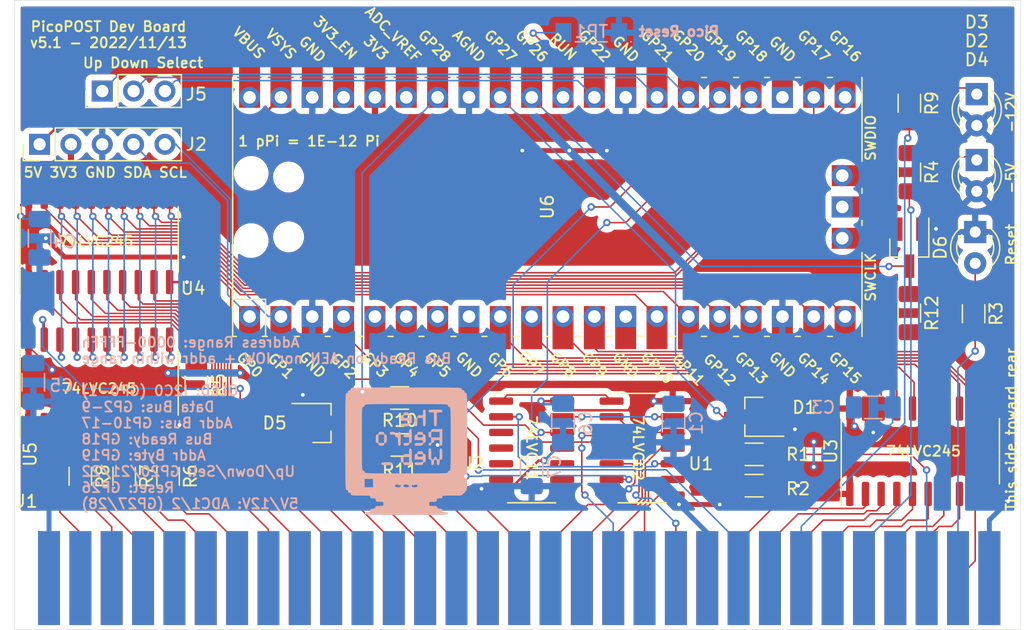
<source format=kicad_pcb>
(kicad_pcb (version 20211014) (generator pcbnew)
  (layers (0 "F.Cu" signal) (31 "B.Cu" signal) (34 "B.Paste" user) (35 "F.Paste" user) (36 "B.SilkS" user "B.Silkscreen") (37 "F.SilkS" user "F.Silkscreen") (38 "B.Mask" user) (39 "F.Mask" user) (44 "Edge.Cuts" user))
  (net 0 "")
  (net 1 "GND")
  (net 2 "+3V3")
  (net 3 "/+12Vmon")
  (net 4 "Net-(D2-Pad1)")
  (net 5 "Net-(D3-Pad1)")
  (net 6 "Net-(D4-Pad2)")
  (net 7 "/+5Vmon")
  (net 8 "/ISAreset")
  (net 9 "Net-(J1-Pad2)")
  (net 10 "Net-(J1-Pad3)")
  (net 12 "Net-(J1-Pad5)")
  (net 14 "Net-(J1-Pad7)")
  (net 16 "Net-(J1-Pad9)")
  (net 19 "/IOW")
  (net 38 "/BD7")
  (net 39 "/BD6")
  (net 40 "/BD5")
  (net 41 "/BD4")
  (net 42 "/BD3")
  (net 43 "/BD2")
  (net 44 "/BD1")
  (net 45 "/BD0")
  (net 47 "Net-(J1-Pad42)")
  (net 48 "Net-(J1-Pad43)")
  (net 49 "Net-(J1-Pad44)")
  (net 50 "Net-(J1-Pad45)")
  (net 51 "Net-(J1-Pad46)")
  (net 52 "/BA15")
  (net 53 "/BA14")
  (net 54 "/BA13")
  (net 55 "/BA12")
  (net 56 "/BA11")
  (net 57 "/BA10")
  (net 58 "/BA9")
  (net 59 "Net-(J1-Pad54)")
  (net 60 "/BA7")
  (net 61 "Net-(J1-Pad56)")
  (net 62 "/BA5")
  (net 63 "Net-(J1-Pad58)")
  (net 64 "/BA3")
  (net 65 "Net-(J1-Pad60)")
  (net 66 "/BA1")
  (net 67 "/BA0")
  (net 68 "+5V")
  (net 69 "/OLED_SDA")
  (net 70 "/OLED_SCL")
  (net 71 "Net-(J5-Pad1)")
  (net 72 "Net-(J5-Pad2)")
  (net 73 "Net-(J5-Pad3)")
  (net 74 "/BA8")
  (net 75 "/BA6")
  (net 76 "/BA4")
  (net 77 "/BA2")
  (net 78 "Net-(U1-Pad1)")
  (net 79 "Net-(U1-Pad10)")
  (net 80 "Net-(U1-Pad13)")
  (net 81 "/bus_ready")
  (net 82 "/CE_Byte")
  (net 83 "/PD7")
  (net 84 "/PD6")
  (net 85 "/PD5")
  (net 86 "/PD4")
  (net 87 "/PD3")
  (net 88 "/PD2")
  (net 89 "/PD1")
  (net 90 "/PD0")
  (net 91 "/PA7")
  (net 92 "/PA6")
  (net 93 "/PA5")
  (net 94 "/PA4")
  (net 95 "/PA3")
  (net 96 "/PA2")
  (net 97 "/PA1")
  (net 98 "/PA0")
  (net 108 "/Pico_Reset")
  (net 109 "Net-(U1-Pad4)")
  (footprint "Connector_PinHeader_2.54mm:PinHeader_1x03_P2.54mm_Vertical" (layer "F.Cu") (at 113.03 108.966 90)
    (fp_text reference "J5")
    (fp_text value "Button Header")
  )
  (footprint "Package_SO:SO-20_5.3x12.6mm_P1.27mm" (layer "F.Cu") (at 112.776 120.9975 90)
    (fp_text reference "U4")
    (fp_text value "74LVC245")
  )
  (footprint "Resistor_SMD:R_1206_3216Metric_Pad1.30x1.75mm_HandSolder" (layer "F.Cu") (at 165.862 140.97)
    (fp_text reference "R2")
    (fp_text value "47k")
  )
  (footprint "Resistor_SMD:R_1206_3216Metric_Pad1.30x1.75mm_HandSolder" (layer "F.Cu") (at 183.642 127.026 -90)
    (fp_text reference "R3")
    (fp_text value "330")
  )
  (footprint "Package_TO_SOT_SMD:SOT-23_Handsoldering" (layer "F.Cu") (at 165.862 135.382 180)
    (fp_text reference "D1")
    (fp_text value "BAT54S")
  )
  (footprint "Package_SO:SO-20_5.3x12.6mm_P1.27mm" (layer "F.Cu") (at 179.324 138.176 90)
    (fp_text reference "U3")
    (fp_text value "74LVC245")
  )
  (footprint "Resistor_SMD:R_1206_3216Metric_Pad1.30x1.75mm_HandSolder" (layer "F.Cu") (at 137.16 137.668)
    (fp_text reference "R11")
    (fp_text value "12k")
  )
  (footprint "MCU_RaspberryPi_and_Boards:RPi_Pico_SMD_TH" (layer "F.Cu") (at 149.098 118.364 90)
    (fp_text reference "U6")
    (fp_text value "Pico")
  )
  (footprint "IDEcardedge:BUS_IDE8" (layer "F.Cu") (at 184.917 148.463)
    (fp_text reference "J1")
    (fp_text value "PCB_Finger_ISA_8bit")
  )
  (footprint "Resistor_SMD:R_1206_3216Metric_Pad1.30x1.75mm_HandSolder" (layer "F.Cu") (at 120.65 132.816 -90)
    (fp_text reference "R5")
    (fp_text value "1000")
  )
  (footprint "Resistor_SMD:R_1206_3216Metric_Pad1.30x1.75mm_HandSolder" (layer "F.Cu") (at 137.134 133.858 180)
    (fp_text reference "R10")
    (fp_text value "47k")
  )
  (footprint "Resistor_SMD:R_1206_3216Metric_Pad1.30x1.75mm_HandSolder" (layer "F.Cu") (at 178.435 126.974 -90)
    (fp_text reference "R12")
    (fp_text value "1000")
  )
  (footprint "LED_THT:LED_D3.0mm" (layer "F.Cu") (at 183.896 114.554 -90)
    (fp_text reference "D2")
    (fp_text value "green")
  )
  (footprint "Resistor_SMD:R_1206_3216Metric_Pad1.30x1.75mm_HandSolder" (layer "F.Cu") (at 178.435 109.956 -90)
    (fp_text reference "R9")
    (fp_text value "1000")
  )
  (footprint "Package_SO:SO-14_3.9x8.65mm_P1.27mm" (layer "F.Cu") (at 156.783 137.922)
    (fp_text reference "U1")
    (fp_text value "74LVC02")
  )
  (footprint "Resistor_SMD:R_1206_3216Metric_Pad1.30x1.75mm_HandSolder" (layer "F.Cu") (at 111.252 140.208 -90)
    (fp_text reference "R8")
    (fp_text value "1000")
  )
  (footprint "Resistor_SMD:R_1206_3216Metric_Pad1.30x1.75mm_HandSolder" (layer "F.Cu") (at 114.808 140.208 -90)
    (fp_text reference "R7")
    (fp_text value "1000")
  )
  (footprint "Resistor_SMD:R_1206_3216Metric_Pad1.30x1.75mm_HandSolder" (layer "F.Cu") (at 118.364 140.208 -90)
    (fp_text reference "R6")
    (fp_text value "1000")
  )
  (footprint "LED_THT:LED_D3.0mm" (layer "F.Cu") (at 183.896 109.215 -90)
    (fp_text reference "D3")
    (fp_text value "green")
  )
  (footprint "Package_TO_SOT_SMD:SOT-23_Handsoldering" (layer "F.Cu") (at 130.81 135.89)
    (fp_text reference "D5")
    (fp_text value "BAT54S")
  )
  (footprint "modified ICs:TO-236AB_diode" (layer "F.Cu") (at 178.435 121.666 -90)
    (fp_text reference "D6")
    (fp_text value "3.3V")
  )
  (footprint "Connector_PinHeader_2.54mm:PinHeader_1x05_P2.54mm_Vertical" (layer "F.Cu") (at 107.95 113.284 90)
    (fp_text reference "J2")
    (fp_text value "OLED Header")
  )
  (footprint "Resistor_SMD:R_1206_3216Metric_Pad1.30x1.75mm_HandSolder" (layer "F.Cu") (at 165.862 138.43 180)
    (fp_text reference "R1")
    (fp_text value "39k")
  )
  (footprint "LED_THT:LED_D3.0mm" (layer "F.Cu") (at 183.769 120.396 -90)
    (fp_text reference "D4")
    (fp_text value "red")
  )
  (footprint "Resistor_SMD:R_1206_3216Metric_Pad1.30x1.75mm_HandSolder" (layer "F.Cu") (at 178.435 115.544 -90)
    (fp_text reference "R4")
    (fp_text value "330")
  )
  (footprint "Package_SO:SO-20_5.3x12.6mm_P1.27mm" (layer "F.Cu") (at 112.776 132.588 90)
    (fp_text reference "U5")
    (fp_text value "74LVC245")
  )
  (footprint "Package_SO:SO-14_3.9x8.65mm_P1.27mm" (layer "F.Cu") (at 147.828 137.922)
    (fp_text reference "U2")
    (fp_text value "74LVC11")
  )
  (footprint "Capacitor_SMD:C_1206_3216Metric_Pad1.33x1.80mm_HandSolder" (layer "B.Cu") (at 175.514 134.62 180)
    (fp_text reference "C3")
    (fp_text value "100n")
  )
  (footprint "Capacitor_SMD:C_1206_3216Metric_Pad1.33x1.80mm_HandSolder" (layer "B.Cu") (at 147.828 139.446 90)
    (fp_text reference "C7")
    (fp_text value "1n")
  )
  (footprint "Capacitor_SMD:C_1206_3216Metric_Pad1.33x1.80mm_HandSolder" (layer "B.Cu") (at 150.368 135.89 90)
    (fp_text reference "C6")
    (fp_text value "100n")
  )
  (footprint "modified ICs:TRW_logo" (layer "B.Cu") (at 137.668 138.176 180)
    (fp_text reference "G***")
    (fp_text value "LOGO" hide)
  )
  (footprint "Capacitor_SMD:C_1206_3216Metric_Pad1.33x1.80mm_HandSolder" (layer "B.Cu") (at 159.323 135.89 90)
    (fp_text reference "C1")
    (fp_text value "100n")
  )
  (footprint "Capacitor_SMD:C_1206_3216Metric_Pad1.33x1.80mm_HandSolder" (layer "B.Cu") (at 107.442 132.588 90)
    (fp_text reference "C5")
    (fp_text value "100n")
  )
  (footprint "modified ICs:6mm single side button" (layer "B.Cu") (at 152.654 108.204 -90)
    (fp_text reference "TP1")
    (fp_text value "Pico Reset")
  )
  (footprint "Capacitor_SMD:C_1206_3216Metric_Pad1.33x1.80mm_HandSolder" (layer "B.Cu") (at 107.95 120.904 90)
    (fp_text reference "C4")
    (fp_text value "100n")
  )
  (gr_line (start 105.918 152.654) (end 105.918 101.6) (layer "Edge.Cuts") (width 0.0381))
  (gr_line (start 105.918 101.6) (end 187.452 101.6) (layer "Edge.Cuts") (width 0.0381))
  (gr_line (start 187.452 101.6) (end 187.452 152.654) (layer "Edge.Cuts") (width 0.0381))
  (gr_line (start 187.452 152.654) (end 105.918 152.654) (layer "Edge.Cuts") (width 0.0381))
  (gr_text "Address Range: 0000-FFFFh\nBus Ready on AEN nor IOW + addr within range\n\nOLED: I2C0 (GP0-1)\nData Bus: GP2-9\nAddr Bus: GP10-17\nBus Ready: GP18\nAddr Byte: GP19\nUp/Down/Sel: GP20/21/22\nReset: GP26\n5V/12V: ADC1/2 (GP27/28)" (at 111.252 135.89) (layer "B.SilkS") (effects (font (size 0.8128 0.8128) (thickness 0.1524)) (justify right mirror)))
  (gr_text "Pico Reset" (at 159.766 104.14) (layer "B.SilkS") (effects (font (size 0.8 0.8) (thickness 0.2)) (justify mirror)))
  (gr_text "1 pPi = 1E-12 Pi" (at 129.794 113.03) (layer "F.SilkS") (effects (font (size 0.8128 0.8128) (thickness 0.1524))))
  (gr_text "74LVC02" (at 156.464 137.922 270) (layer "F.SilkS") (effects (font (size 0.8128 0.8128) (thickness 0.1524))))
  (gr_text "5V 3V3 GND SDA SCL" (at 113.284 115.57) (layer "F.SilkS") (effects (font (size 0.8128 0.8128) (thickness 0.1524))))
  (gr_text "74LVC245" (at 179.578 138.176) (layer "F.SilkS") (effects (font (size 0.8128 0.8128) (thickness 0.1524))))
  (gr_text "Up Down Select" (at 116.332 106.68) (layer "F.SilkS") (effects (font (size 0.8128 0.8128) (thickness 0.1524))))
  (gr_text "This side toward rear" (at 186.69 136.398 90) (layer "F.SilkS") (effects (font (size 0.8128 0.8128) (thickness 0.1524))))
  (gr_text "74LVC245" (at 112.776 133.096) (layer "F.SilkS") (effects (font (size 0.8128 0.8128) (thickness 0.1524))))
  (gr_text "Reset    -5V    -12V" (at 186.69 116.078 90) (layer "F.SilkS") (effects (font (size 0.8128 0.8128) (thickness 0.1524))))
  (gr_text "PicoPOST Dev Board\nv5.1 - 2022/11/13" (at 113.538 104.394) (layer "F.SilkS") (effects (font (size 0.8128 0.8128) (thickness 0.1524))))
  (gr_text "74LVC11" (at 147.828 137.922 270) (layer "F.SilkS") (effects (font (size 0.8128 0.8128) (thickness 0.1524))))
  (gr_text "74LVC245" (at 112.522 121.158) (layer "F.SilkS") (effects (font (size 0.8128 0.8128) (thickness 0.1524))))
  (segment (start 129.31 134.94) (end 129.31 133.628) (width 0.127) (layer "F.Cu") (net 1))
  (segment (start 169.098 136.332) (end 169.164 136.398) (width 0.2) (layer "F.Cu") (net 1))
  (segment (start 148.384479 138.938) (end 148.844 138.938) (width 0.2) (layer "F.Cu") (net 1))
  (segment (start 185.039 141.6385) (end 185.8345 141.6385) (width 0.127) (layer "F.Cu") (net 1))
  (segment (start 153.924 113.792) (end 150.876 113.792) (width 0.4) (layer "F.Cu") (net 1))
  (segment (start 108.458 120.904) (end 109.982 122.428) (width 0.4) (layer "F.Cu") (net 1))
  (segment (start 144.272 141.732) (end 143.764 141.224) (width 0.2) (layer "F.Cu") (net 1))
  (segment (start 179.385 120.166) (end 180.57 120.166) (width 0.127) (layer "F.Cu") (net 1))
  (segment (start 118.491 136.0505) (end 119.2865 136.0505) (width 0.127) (layer "F.Cu") (net 1))
  (segment (start 109.982 122.428) (end 119.634 122.428) (width 0.4) (layer "F.Cu") (net 1))
  (segment (start 180.594 120.142) (end 180.57 120.166) (width 0.127) (layer "F.Cu") (net 1))
  (segment (start 167.338 136.332) (end 169.098 136.332) (width 0.2) (layer "F.Cu") (net 1))
  (segment (start 145.590479 141.732) (end 148.384479 138.938) (width 0.2) (layer "F.Cu") (net 1))
  (segment (start 147.066 113.792) (end 150.876 113.792) (width 0.4) (layer "F.Cu") (net 1))
  (segment (start 174.879 136.017) (end 175.514 136.652) (width 0.127) (layer "F.Cu") (net 1))
  (segment (start 155.702 141.224) (end 156.192011 140.733989) (width 0.127) (layer "F.Cu") (net 1))
  (segment (start 185.8345 141.6385) (end 186.436 142.24) (width 0.127) (layer "F.Cu") (net 1))
  (segment (start 145.353 141.732) (end 145.590479 141.732) (width 0.2) (layer "F.Cu") (net 1))
  (segment (start 155.956 139.192) (end 154.308 139.192) (width 0.127) (layer "F.Cu") (net 1))
  (segment (start 155.194 141.732) (end 155.702 141.224) (width 0.127) (layer "F.Cu") (net 1))
  (segment (start 118.491 124.46) (end 119.888 124.46) (width 0.2) (layer "F.Cu") (net 1))
  (segment (start 156.192011 139.428011) (end 155.956 139.192) (width 0.127) (layer "F.Cu") (net 1))
  (segment (start 156.192011 140.733989) (end 156.192011 139.428011) (width 0.127) (layer "F.Cu") (net 1))
  (segment (start 159.766 142.494) (end 163.068 142.494) (width 0.4) (layer "F.Cu") (net 1))
  (segment (start 145.353 141.732) (end 144.272 141.732) (width 0.2) (layer "F.Cu") (net 1))
  (segment (start 138.71 137.668) (end 140.208 137.668) (width 0.127) (layer "F.Cu") (net 1))
  (segment (start 129.286 133.604) (end 129.31 133.628) (width 0.127) (layer "F.Cu") (net 1))
  (segment (start 174.879 134.7135) (end 174.879 136.017) (width 0.127) (layer "F.Cu") (net 1))
  (segment (start 167.412 140.97) (end 169.418 140.97) (width 0.2) (layer "F.Cu") (net 1))
  (segment (start 154.308 141.732) (end 155.194 141.732) (width 0.127) (layer "F.Cu") (net 1))
  (via (at 186.436 142.24) (size 0.6) (drill 0.3) (layers "F.Cu" "B.Cu") (net 1))
  (via (at 169.164 136.398) (size 0.6) (drill 0.3) (layers "F.Cu" "B.Cu") (net 1))
  (via (at 119.888 124.46) (size 0.6) (drill 0.3) (layers "F.Cu" "B.Cu") (net 1))
  (via (at 129.286 133.604) (size 0.6) (drill 0.3) (layers "F.Cu" "B.Cu") (net 1))
  (via (at 147.066 113.792) (size 0.6) (drill 0.3) (layers "F.Cu" "B.Cu") (net 1))
  (via (at 155.702 141.224) (size 0.6) (drill 0.3) (layers "F.Cu" "B.Cu") (net 1))
  (via (at 140.208 137.668) (size 0.6) (drill 0.3) (layers "F.Cu" "B.Cu") (net 1))
  (via (at 169.418 140.97) (size 0.6) (drill 0.3) (layers "F.Cu" "B.Cu") (net 1))
  (via (at 148.844 138.938) (size 0.6) (drill 0.3) (layers "F.Cu" "B.Cu") (net 1))
  (via (at 143.764 141.224) (size 0.6) (drill 0.3) (layers "F.Cu" "B.Cu") (net 1))
  (via (at 159.766 142.494) (size 0.6) (drill 0.3) (layers "F.Cu" "B.Cu") (net 1))
  (via (at 175.514 136.652) (size 0.6) (drill 0.3) (layers "F.Cu" "B.Cu") (net 1))
  (via (at 108.458 120.904) (size 0.6) (drill 0.3) (layers "F.Cu" "B.Cu") (net 1))
  (via (at 119.2865 136.0505) (size 0.6) (drill 0.3) (layers "F.Cu" "B.Cu") (net 1))
  (via (at 163.068 142.494) (size 0.6) (drill 0.3) (layers "F.Cu" "B.Cu") (net 1))
  (via (at 150.876 113.792) (size 0.6) (drill 0.3) (layers "F.Cu" "B.Cu") (net 1))
  (via (at 180.594 120.142) (size 0.6) (drill 0.3) (layers "F.Cu" "B.Cu") (net 1))
  (via (at 153.924 113.792) (size 0.6) (drill 0.3) (layers "F.Cu" "B.Cu") (net 1))
  (via (at 119.634 122.428) (size 0.6) (drill 0.3) (layers "F.Cu" "B.Cu") (net 1))
  (segment (start 155.702 141.224) (end 155.956 140.97) (width 0.127) (layer "B.Cu") (net 1))
  (segment (start 176.784 136.144) (end 176.53 136.144) (width 0.127) (layer "B.Cu") (net 1))
  (segment (start 176.53 136.144) (end 176.022 136.652) (width 0.127) (layer "B.Cu") (net 1))
  (segment (start 176.022 136.652) (end 175.514 136.652) (width 0.127) (layer "B.Cu") (net 1))
  (segment (start 148.844 138.938) (end 150.3295 137.4525) (width 0.2) (layer "B.Cu") (net 1))
  (segment (start 107.442 134.1505) (end 108.7505 134.1505) (width 0.127) (layer "B.Cu") (net 1))
  (segment (start 184.917 143.759) (end 186.436 142.24) (width 0.4) (layer "B.Cu") (net 1))
  (segment (start 108.717 148.463) (end 108.717 141.991) (width 0.4) (layer "B.Cu") (net 1))
  (segment (start 107.95 122.4665) (end 107.95 121.412) (width 0.127) (layer "B.Cu") (net 1))
  (segment (start 177.0765 135.8515) (end 176.784 136.144) (width 0.127) (layer "B.Cu") (net 1))
  (segment (start 184.917 148.463) (end 184.917 143.759) (width 0.4) (layer "B.Cu") (net 1))
  (segment (start 108.7505 134.1505) (end 108.966 134.366) (width 0.127) (layer "B.Cu") (net 1))
  (segment (start 162.057 148.463) (end 162.057 144.785) (width 0.4) (layer "B.Cu") (net 1))
  (segment (start 107.95 121.412) (end 108.458 120.904) (width 0.127) (layer "B.Cu") (net 1))
  (segment (start 177.0765 134.62) (end 177.0765 135.8515) (width 0.127) (layer "B.Cu") (net 1))
  (segment (start 150.3295 137.4525) (end 150.368 137.4525) (width 0.2) (layer "B.Cu") (net 1))
  (segment (start 155.956 140.97) (end 157.988 140.97) (width 0.127) (layer "B.Cu") (net 1))
  (segment (start 162.057 144.785) (end 159.766 142.494) (width 0.4) (layer "B.Cu") (net 1))
  (segment (start 107.061 129.667) (end 107.061 129.1255) (width 0.127) (layer "F.Cu") (net 2))
  (segment (start 107.696 122.428) (end 107.696 120.396) (width 0.4) (layer "F.Cu") (net 2))
  (segment (start 173.609 135.763) (end 173.609 134.7135) (width 0.127) (layer "F.Cu") (net 2))
  (segment (start 157.734 134.112) (end 156.99052 134.85548) (width 0.2) (layer "F.Cu") (net 2))
  (segment (start 107.696 120.396) (end 106.426 119.126) (width 0.4) (layer "F.Cu") (net 2))
  (segment (start 173.99 136.144) (end 173.609 135.763) (width 0.127) (layer "F.Cu") (net 2))
  (segment (start 151.04648 134.85548) (end 150.303 134.112) (width 0.2) (layer "F.Cu") (net 2))
  (segment (start 106.426 118.17) (end 107.061 117.535) (width 0.127) (layer "F.Cu") (net 2))
  (segment (start 108.966 131.572) (end 107.061 129.667) (width 0.127) (layer "F.Cu") (net 2))
  (segment (start 107.061 123.063) (end 107.696 122.428) (width 0.4) (layer "F.Cu") (net 2))
  (segment (start 107.061 124.46) (end 107.061 123.063) (width 0.4) (layer "F.Cu") (net 2))
  (segment (start 156.99052 134.85548) (end 151.04648 134.85548) (width 0.2) (layer "F.Cu") (net 2))
  (segment (start 106.426 119.126) (end 106.426 118.17) (width 0.127) (layer "F.Cu") (net 2))
  (segment (start 148.59 134.112) (end 150.303 134.112) (width 0.2) (layer "F.Cu") (net 2))
  (via (at 108.966 131.572) (size 0.6) (drill 0.3) (layers "F.Cu" "B.Cu") (net 2))
  (via (at 124.206 131.826) (size 0.6) (drill 0.3) (layers "F.Cu" "B.Cu") (net 2))
  (via (at 170.688 137.414) (size 0.6) (drill 0.3) (layers "F.Cu" "B.Cu") (net 2))
  (via (at 157.734 134.112) (size 0.6) (drill 0.3) (layers "F.Cu" "B.Cu") (net 2))
  (via (at 173.99 136.144) (size 0.6) (drill 0.3) (layers "F.Cu" "B.Cu") (net 2))
  (via (at 170.688 139.446) (size 0.6) (drill 0.3) (layers "F.Cu" "B.Cu") (net 2))
  (via (at 148.59 134.112) (size 0.6) (drill 0.3) (layers "F.Cu" "B.Cu") (net 2))
  (via (at 106.426 119.126) (size 0.6) (drill 0.3) (layers "F.Cu" "B.Cu") (net 2))
  (via (at 118.364 131.826) (size 0.6) (drill 0.3) (layers "F.Cu" "B.Cu") (net 2))
  (segment (start 173.9515 136.1055) (end 173.99 136.144) (width 0.127) (layer "B.Cu") (net 2))
  (segment (start 159.323 134.3275) (end 157.9495 134.3275) (width 0.127) (layer "B.Cu") (net 2))
  (segment (start 150.433 134.366) (end 148.844 134.366) (width 0.2) (layer "B.Cu") (net 2))
  (segment (start 108.4195 131.0255) (end 108.966 131.572) (width 0.127) (layer "B.Cu") (net 2))
  (segment (start 118.364 131.826) (end 124.206 131.826) (width 0.6) (layer "B.Cu") (net 2))
  (segment (start 107.442 131.0255) (end 108.4195 131.0255) (width 0.127) (layer "B.Cu") (net 2))
  (segment (start 173.9515 134.62) (end 173.9515 136.1055) (width 0.127) (layer "B.Cu") (net 2))
  (segment (start 106.6415 119.3415) (end 106.426 119.126) (width 0.127) (layer "B.Cu") (net 2))
  (segment (start 170.688 137.414) (end 170.688 139.446) (width 0.2) (layer "B.Cu") (net 2))
  (segment (start 107.95 119.3415) (end 106.6415 119.3415) (width 0.127) (layer "B.Cu") (net 2))
  (segment (start 148.844 134.366) (end 148.59 134.112) (width 0.2) (layer "B.Cu") (net 2))
  (segment (start 157.9495 134.3275) (end 157.734 134.112) (width 0.127) (layer "B.Cu") (net 2))
  (segment (start 135.584 133.858) (end 135.584 135.688) (width 0.127) (layer "F.Cu") (net 3))
  (segment (start 135.584 133.858) (end 134.62 133.858) (width 0.127) (layer "F.Cu") (net 3))
  (segment (start 135.584 135.688) (end 135.584 137.642) (width 0.127) (layer "F.Cu") (net 3))
  (segment (start 134.62 133.858) (end 134.112 133.35) (width 0.127) (layer "F.Cu") (net 3))
  (segment (start 135.584 137.642) (end 135.61 137.668) (width 0.127) (layer "F.Cu") (net 3))
  (segment (start 135.382 135.89) (end 135.584 135.688) (width 0.127) (layer "F.Cu") (net 3))
  (segment (start 132.31 135.89) (end 135.382 135.89) (width 0.127) (layer "F.Cu") (net 3))
  (via (at 134.112 133.35) (size 0.6) (drill 0.3) (layers "F.Cu" "B.Cu") (net 3))
  (segment (start 134.112 133.35) (end 134.087989 133.325989) (width 0.127) (layer "B.Cu") (net 3))
  (segment (start 134.087989 133.325989) (end 134.087989 115.594011) (width 0.127) (layer "B.Cu") (net 3))
  (segment (start 134.087989 115.594011) (end 140.208 109.474) (width 0.127) (layer "B.Cu") (net 3))
  (segment (start 178.741 114.3) (end 183.769 114.3) (width 0.127) (layer "F.Cu") (net 4))
  (segment (start 178.435 113.994) (end 178.741 114.3) (width 0.127) (layer "F.Cu") (net 4))
  (segment (start 178.435 108.406) (end 178.746 108.717) (width 0.127) (layer "F.Cu") (net 5))
  (segment (start 178.746 108.717) (end 183.769 108.717) (width 0.127) (layer "F.Cu") (net 5))
  (segment (start 183.769 125.424) (end 183.769 122.936) (width 0.127) (layer "F.Cu") (net 6))
  (segment (start 164.338 135.382) (end 163.322 135.382) (width 0.127) (layer "F.Cu") (net 7))
  (segment (start 163.322 135.382) (end 162.814 134.874) (width 0.127) (layer "F.Cu") (net 7))
  (segment (start 164.312 140.97) (end 164.312 138.43) (width 0.127) (layer "F.Cu") (net 7))
  (segment (start 164.312 138.43) (end 164.338 138.404) (width 0.127) (layer "F.Cu") (net 7))
  (segment (start 164.338 138.404) (end 164.338 135.382) (width 0.127) (layer "F.Cu") (net 7))
  (via (at 162.814 134.874) (size 0.6) (drill 0.3) (layers "F.Cu" "B.Cu") (net 7))
  (segment (start 162.814 134.874) (end 159.487989 131.547989) (width 0.127) (layer "B.Cu") (net 7))
  (segment (start 159.487989 123.673989) (end 145.288 109.474) (width 0.127) (layer "B.Cu") (net 7))
  (segment (start 159.487989 131.547989) (end 159.487989 123.673989) (width 0.127) (layer "B.Cu") (net 7))
  (segment (start 178.435 125.424) (end 178.435 123.166) (width 0.127) (layer "F.Cu") (net 8))
  (segment (start 178.435 123.166) (end 176.808 123.166) (width 0.127) (layer "F.Cu") (net 8))
  (segment (start 176.784 123.19) (end 176.808 123.166) (width 0.127) (layer "F.Cu") (net 8))
  (via (at 176.784 123.19) (size 0.6) (drill 0.3) (layers "F.Cu" "B.Cu") (net 8))
  (segment (start 161.544 123.19) (end 147.828 109.474) (width 0.127) (layer "B.Cu") (net 8))
  (segment (start 176.784 123.19) (end 161.544 123.19) (width 0.127) (layer "B.Cu") (net 8))
  (segment (start 183.769 128.524) (end 178.435 128.524) (width 0.127) (layer "F.Cu") (net 9))
  (segment (start 183.769 130.048) (end 183.769 128.524) (width 0.127) (layer "F.Cu") (net 9))
  (via (at 183.769 130.048) (size 0.6) (drill 0.3) (layers "F.Cu" "B.Cu") (net 9))
  (segment (start 182.372 131.445) (end 182.372 133.848) (width 0.127) (layer "B.Cu") (net 9))
  (segment (start 182.372 133.848) (end 182.377 133.853) (width 0.127) (layer "B.Cu") (net 9))
  (segment (start 182.377 148.463) (end 182.377 133.853) (width 0.127) (layer "B.Cu") (net 9))
  (segment (start 183.769 130.048) (end 182.372 131.445) (width 0.127) (layer "B.Cu") (net 9))
  (segment (start 178.562 138.43) (end 167.412 138.43) (width 0.127) (layer "F.Cu") (net 10))
  (segment (start 179.832 139.7) (end 178.562 138.43) (width 0.127) (layer "F.Cu") (net 10))
  (via (at 179.832 139.7) (size 0.6) (drill 0.3) (layers "F.Cu" "B.Cu") (net 10))
  (segment (start 179.837 139.705) (end 179.832 139.7) (width 0.127) (layer "B.Cu") (net 10))
  (segment (start 179.837 148.463) (end 179.837 139.705) (width 0.127) (layer "B.Cu") (net 10))
  (segment (start 178.435 118.491) (end 178.562 118.618) (width 0.127) (layer "F.Cu") (net 12))
  (segment (start 178.435 117.094) (end 178.435 118.491) (width 0.127) (layer "F.Cu") (net 12))
  (via (at 178.562 118.618) (size 0.6) (drill 0.3) (layers "F.Cu" "B.Cu") (net 12))
  (segment (start 174.757 148.463) (end 174.757 145.543) (width 0.127) (layer "B.Cu") (net 12))
  (segment (start 174.757 145.543) (end 178.562 141.738) (width 0.127) (layer "B.Cu") (net 12))
  (segment (start 178.562 141.738) (end 178.562 118.618) (width 0.127) (layer "B.Cu") (net 12))
  (segment (start 178.435 111.506) (end 178.435 112.649) (width 0.127) (layer "F.Cu") (net 14))
  (segment (start 178.435 112.649) (end 178.308 112.776) (width 0.127) (layer "F.Cu") (net 14))
  (via (at 178.308 112.776) (size 0.6) (drill 0.3) (layers "F.Cu" "B.Cu") (net 14))
  (segment (start 178.054 135.89) (end 178.054 113.03) (width 0.127) (layer "B.Cu") (net 14))
  (segment (start 169.677 148.463) (end 169.677 144.267) (width 0.127) (layer "B.Cu") (net 14))
  (segment (start 169.677 144.267) (end 178.054 135.89) (width 0.127) (layer "B.Cu") (net 14))
  (segment (start 178.054 113.03) (end 178.308 112.776) (width 0.127) (layer "B.Cu") (net 14))
  (segment (start 143.51 137.16) (end 143.51 139.7) (width 0.127) (layer "F.Cu") (net 16))
  (segment (start 140.208 133.858) (end 138.684 133.858) (width 0.127) (layer "F.Cu") (net 16))
  (segment (start 140.208 133.858) (end 143.51 137.16) (width 0.127) (layer "F.Cu") (net 16))
  (via (at 143.51 139.7) (size 0.6) (drill 0.3) (layers "F.Cu" "B.Cu") (net 16))
  (segment (start 146.067989 139.682011) (end 158.736011 139.682011) (width 0.127) (layer "B.Cu") (net 16))
  (segment (start 146.05 139.7) (end 146.067989 139.682011) (width 0.127) (layer "B.Cu") (net 16))
  (segment (start 143.51 139.7) (end 146.05 139.7) (width 0.127) (layer "B.Cu") (net 16))
  (segment (start 158.736011 139.682011) (end 164.597 145.543) (width 0.127) (layer "B.Cu") (net 16))
  (segment (start 164.597 145.543) (end 164.597 148.463) (width 0.127) (layer "B.Cu") (net 16))
  (segment (start 151.892 141.478) (end 152.146 141.732) (width 0.127) (layer "F.Cu") (net 19))
  (segment (start 151.892 136.906) (end 154.054 136.906) (width 0.127) (layer "F.Cu") (net 19))
  (segment (start 151.892 137.922) (end 151.892 141.478) (width 0.127) (layer "F.Cu") (net 19))
  (segment (start 154.054 136.906) (end 154.128735 136.831265) (width 0.127) (layer "F.Cu") (net 19))
  (via (at 151.892 136.906) (size 0.6) (drill 0.3) (layers "F.Cu" "B.Cu") (net 19))
  (via (at 151.892 137.922) (size 0.6) (drill 0.3) (layers "F.Cu" "B.Cu") (net 19))
  (via (at 152.146 141.732) (size 0.6) (drill 0.3) (layers "F.Cu" "B.Cu") (net 19))
  (segment (start 154.437 144.023) (end 154.437 148.463) (width 0.127) (layer "B.Cu") (net 19))
  (segment (start 151.892 136.906) (end 151.892 137.922) (width 0.127) (layer "B.Cu") (net 19))
  (segment (start 152.146 141.732) (end 154.437 144.023) (width 0.127) (layer "B.Cu") (net 19))
  (segment (start 182.377 148.463) (end 183.769 147.071) (width 0.127) (layer "F.Cu") (net 38))
  (segment (start 183.769 147.071) (end 183.769 141.6385) (width 0.127) (layer "F.Cu") (net 38))
  (segment (start 179.837 148.463) (end 179.837 145.283) (width 0.127) (layer "F.Cu") (net 39))
  (segment (start 182.499 143.637) (end 182.499 141.6385) (width 0.127) (layer "F.Cu") (net 39))
  (segment (start 180.848 144.272) (end 181.864 144.272) (width 0.127) (layer "F.Cu") (net 39))
  (segment (start 179.837 145.283) (end 180.848 144.272) (width 0.127) (layer "F.Cu") (net 39))
  (segment (start 181.864 144.272) (end 182.499 143.637) (width 0.127) (layer "F.Cu") (net 39))
  (segment (start 180.34 144.272) (end 181.229 143.383) (width 0.127) (layer "F.Cu") (net 40))
  (segment (start 181.229 143.383) (end 181.229 141.6385) (width 0.127) (layer "F.Cu") (net 40))
  (segment (start 178.568 144.272) (end 180.34 144.272) (width 0.127) (layer "F.Cu") (net 40))
  (segment (start 177.297 148.463) (end 177.297 145.543) (width 0.127) (layer "F.Cu") (net 40))
  (segment (start 177.297 145.543) (end 178.568 144.272) (width 0.127) (layer "F.Cu") (net 40))
  (segment (start 177.8 144.272) (end 178.308 143.764) (width 0.127) (layer "F.Cu") (net 41))
  (segment (start 178.308 143.764) (end 179.832 143.764) (width 0.127) (layer "F.Cu") (net 41))
  (segment (start 174.757 145.543) (end 176.028 144.272) (width 0.127) (layer "F.Cu") (net 41))
  (segment (start 174.757 148.463) (end 174.757 145.543) (width 0.127) (layer "F.Cu") (net 41))
  (segment (start 179.959 143.637) (end 179.959 141.6385) (width 0.127) (layer "F.Cu") (net 41))
  (segment (start 176.028 144.272) (end 177.8 144.272) (width 0.127) (layer "F.Cu") (net 41))
  (segment (start 179.832 143.764) (end 179.959 143.637) (width 0.127) (layer "F.Cu") (net 41))
  (segment (start 172.217 148.463) (end 172.217 145.543) (width 0.127) (layer "F.Cu") (net 42))
  (segment (start 172.217 145.543) (end 173.488 144.272) (width 0.127) (layer "F.Cu") (net 42))
  (segment (start 175.26 144.272) (end 175.768 143.764) (width 0.127) (layer "F.Cu") (net 42))
  (segment (start 178.689 142.875) (end 178.689 141.6385) (width 0.127) (layer "F.Cu") (net 42))
  (segment (start 173.488 144.272) (end 175.26 144.272) (width 0.127) (layer "F.Cu") (net 42))
  (segment (start 175.768 143.764) (end 177.8 143.764) (width 0.127) (layer "F.Cu") (net 42))
  (segment (start 177.8 143.764) (end 178.689 142.875) (width 0.127) (layer "F.Cu") (net 42))
  (segment (start 171.456 143.764) (end 174.752 143.764) (width 0.127) (layer "F.Cu") (net 43))
  (segment (start 177.419 142.621) (end 177.419 141.6385) (width 0.127) (layer "F.Cu") (net 43))
  (segment (start 174.752 143.764) (end 175.26 143.256) (width 0.127) (layer "F.Cu") (net 43))
  (segment (start 175.26 143.256) (end 176.784 143.256) (width 0.127) (layer "F.Cu") (net 43))
  (segment (start 169.677 145.543) (end 171.456 143.764) (width 0.127) (layer "F.Cu") (net 43))
  (segment (start 169.677 148.463) (end 169.677 145.543) (width 0.127) (layer "F.Cu") (net 43))
  (segment (start 176.784 143.256) (end 177.419 142.621) (width 0.127) (layer "F.Cu") (net 43))
  (segment (start 167.137 148.463) (end 167.137 145.543) (width 0.127) (layer "F.Cu") (net 44))
  (segment (start 169.424 143.256) (end 174.752 143.256) (width 0.127) (layer "F.Cu") (net 44))
  (segment (start 175.00552 143.00248) (end 175.768 143.00248) (width 0.127) (layer "F.Cu") (net 44))
  (segment (start 176.149 142.62148) (end 176.149 141.6385) (width 0.127) (layer "F.Cu") (net 44))
  (segment (start 167.137 145.543) (end 169.424 143.256) (width 0.127) (layer "F.Cu") (net 44))
  (segment (start 175.768 143.00248) (end 176.149 142.62148) (width 0.127) (layer "F.Cu") (net 44))
  (segment (start 174.752 143.256) (end 175.00552 143.00248) (width 0.127) (layer "F.Cu") (net 44))
  (segment (start 164.597 145.543) (end 167.32398 142.81602) (width 0.127) (layer "F.Cu") (net 45))
  (segment (start 174.68398 142.81602) (end 174.879 142.621) (width 0.127) (layer "F.Cu") (net 45))
  (segment (start 174.879 142.621) (end 174.879 141.6385) (width 0.127) (layer "F.Cu") (net 45))
  (segment (start 164.597 148.463) (end 164.597 145.543) (width 0.127) (layer "F.Cu") (net 45))
  (segment (start 167.32398 142.81602) (end 174.68398 142.81602) (width 0.127) (layer "F.Cu") (net 45))
  (segment (start 159.517 144.023) (end 159.512 144.018) (width 0.127) (layer "F.Cu") (net 47))
  (segment (start 156.529 141.478) (end 156.529 137.16) (width 0.127) (layer "F.Cu") (net 47))
  (segment (start 156.275 141.732) (end 156.529 141.478) (width 0.127) (layer "F.Cu") (net 47))
  (segment (start 154.751 135.382) (end 154.308 135.382) (width 0.127) (layer "F.Cu") (net 47))
  (segment (start 159.517 148.463) (end 159.517 144.023) (width 0.127) (layer "F.Cu") (net 47))
  (segment (start 156.529 137.16) (end 154.751 135.382) (width 0.127) (layer "F.Cu") (net 47))
  (via (at 159.512 144.018) (size 0.6) (drill 0.3) (layers "F.Cu" "B.Cu") (net 47))
  (via (at 156.275 141.732) (size 0.6) (drill 0.3) (layers "F.Cu" "B.Cu") (net 47))
  (segment (start 156.529 141.986) (end 157.48 141.986) (width 0.127) (layer "B.Cu") (net 47))
  (segment (start 156.529 141.986) (end 156.275 141.732) (width 0.127) (layer "B.Cu") (net 47))
  (segment (start 157.48 141.986) (end 159.512 144.018) (width 0.127) (layer "B.Cu") (net 47))
  (segment (start 158.157531 141.732) (end 156.977 142.912531) (width 0.127) (layer "F.Cu") (net 48))
  (segment (start 156.977 142.912531) (end 156.977 148.463) (width 0.127) (layer "F.Cu") (net 48))
  (segment (start 158.157531 141.732) (end 159.258 141.732) (width 0.127) (layer "F.Cu") (net 48))
  (segment (start 159.258 140.462) (end 157.545 140.462) (width 0.127) (layer "F.Cu") (net 49))
  (segment (start 157.291 140.716) (end 157.291 142.24) (width 0.127) (layer "F.Cu") (net 49))
  (segment (start 157.545 140.462) (end 157.291 140.716) (width 0.127) (layer "F.Cu") (net 49))
  (segment (start 154.437 145.094) (end 154.437 148.463) (width 0.127) (layer "F.Cu") (net 49))
  (segment (start 157.291 142.24) (end 154.437 145.094) (width 0.127) (layer "F.Cu") (net 49))
  (segment (start 157.037 139.95714) (end 157.037 139.192) (width 0.127) (layer "F.Cu") (net 50))
  (segment (start 157.03652 142.091011) (end 157.03652 139.95762) (width 0.127) (layer "F.Cu") (net 50))
  (segment (start 156.380012 142.74752) (end 154.69248 142.74752) (width 0.127) (layer "F.Cu") (net 50))
  (segment (start 158.307 137.922) (end 159.258 137.922) (width 0.127) (layer "F.Cu") (net 50))
  (segment (start 154.69248 142.74752) (end 151.897 145.543) (width 0.127) (layer "F.Cu") (net 50))
  (segment (start 151.897 145.543) (end 151.897 148.463) (width 0.127) (layer "F.Cu") (net 50))
  (segment (start 156.380012 142.74752) (end 157.03652 142.091011) (width 0.127) (layer "F.Cu") (net 50))
  (segment (start 157.03652 139.95762) (end 157.037 139.95714) (width 0.127) (layer "F.Cu") (net 50))
  (segment (start 157.037 139.192) (end 158.307 137.922) (width 0.127) (layer "F.Cu") (net 50))
  (segment (start 156.783 137.668) (end 157.799 136.652) (width 0.127) (layer "F.Cu") (net 51))
  (segment (start 156.275 142.494) (end 152.406 142.494) (width 0.127) (layer "F.Cu") (net 51))
  (segment (start 157.799 136.652) (end 159.258 136.652) (width 0.127) (layer "F.Cu") (net 51))
  (segment (start 149.357 148.463) (end 149.357 145.543) (width 0.127) (layer "F.Cu") (net 51))
  (segment (start 156.275 142.494) (end 156.783 141.986) (width 0.127) (layer "F.Cu") (net 51))
  (segment (start 152.406 142.494) (end 149.357 145.543) (width 0.127) (layer "F.Cu") (net 51))
  (segment (start 156.783 141.986) (end 156.783 137.668) (width 0.127) (layer "F.Cu") (net 51))
  (segment (start 141.99 140.716) (end 146.817 145.543) (width 0.127) (layer "F.Cu") (net 52))
  (segment (start 126.103192 140.716) (end 141.99 140.716) (width 0.127) (layer "F.Cu") (net 52))
  (segment (start 123.444 130.092938) (end 123.444 138.056808) (width 0.127) (layer "F.Cu") (net 52))
  (segment (start 117.348 125.984) (end 119.335062 125.984) (width 0.127) (layer "F.Cu") (net 52))
  (segment (start 117.221 124.46) (end 117.221 125.857) (width 0.127) (layer "F.Cu") (net 52))
  (segment (start 146.817 145.543) (end 146.817 148.463) (width 0.127) (layer "F.Cu") (net 52))
  (segment (start 123.444 138.056808) (end 126.103192 140.716) (width 0.127) (layer "F.Cu") (net 52))
  (segment (start 119.335062 125.984) (end 123.444 130.092938) (width 0.127) (layer "F.Cu") (net 52))
  (segment (start 117.221 125.857) (end 117.348 125.984) (width 0.127) (layer "F.Cu") (net 52))
  (segment (start 119.230531 126.238) (end 116.332 126.238) (width 0.127) (layer "F.Cu") (net 53))
  (segment (start 116.332 126.238) (end 115.951 125.857) (width 0.127) (layer "F.Cu") (net 53))
  (segment (start 139.704 140.97) (end 125.99866 140.97) (width 0.127) (layer "F.Cu") (net 53))
  (segment (start 123.18904 138.16038) (end 123.18904 130.196509) (width 0.127) (layer "F.Cu") (net 53))
  (segment (start 144.277 148.463) (end 144.277 145.543) (width 0.127) (layer "F.Cu") (net 53))
  (segment (start 123.18904 130.196509) (end 119.230531 126.238) (width 0.127) (layer "F.Cu") (net 53))
  (segment (start 115.951 125.857) (end 115.951 124.46) (width 0.127) (layer "F.Cu") (net 53))
  (segment (start 144.277 145.543) (end 139.704 140.97) (width 0.127) (layer "F.Cu") (net 53))
  (segment (start 125.99866 140.97) (end 123.18904 138.16038) (width 0.127) (layer "F.Cu") (net 53))
  (segment (start 122.93552 138.265392) (end 122.93552 130.30152) (width 0.127) (layer "F.Cu") (net 54))
  (segment (start 141.737 148.463) (end 141.737 145.543) (width 0.127) (layer "F.Cu") (net 54))
  (segment (start 119.126 126.492) (end 115.316 126.492) (width 0.127) (layer "F.Cu") (net 54))
  (segment (start 114.681 125.857) (end 114.681 124.46) (width 0.127) (layer "F.Cu") (net 54))
  (segment (start 137.41896 141.22496) (end 125.895088 141.22496) (width 0.127) (layer "F.Cu") (net 54))
  (segment (start 122.93552 130.30152) (end 119.126 126.492) (width 0.127) (layer "F.Cu") (net 54))
  (segment (start 125.895088 141.22496) (end 122.93552 138.265392) (width 0.127) (layer "F.Cu") (net 54))
  (segment (start 141.737 145.543) (end 137.41896 141.22496) (width 0.127) (layer "F.Cu") (net 54))
  (segment (start 115.316 126.492) (end 114.681 125.857) (width 0.127) (layer "F.Cu") (net 54))
  (segment (start 114.30048 126.74648) (end 119.014466 126.74648) (width 0.127) (layer "F.Cu") (net 55))
  (segment (start 122.682 138.370404) (end 125.790076 141.47848) (width 0.127) (layer "F.Cu") (net 55))
  (segment (start 119.014466 126.74648) (end 122.682 130.414014) (width 0.127) (layer "F.Cu") (net 55))
  (segment (start 113.411 124.46) (end 113.411 125.857) (width 0.127) (layer "F.Cu") (net 55))
  (segment (start 125.790076 141.47848) (end 134.752502 141.47848) (width 0.127) (layer "F.Cu") (net 55))
  (segment (start 134.752502 141.47848) (end 139.197 145.922978) (width 0.127) (layer "F.Cu") (net 55))
  (segment (start 139.197 145.922978) (end 139.197 148.463) (width 0.127) (layer "F.Cu") (net 55))
  (segment (start 122.682 130.414014) (end 122.682 138.370404) (width 0.127) (layer "F.Cu") (net 55))
  (segment (start 113.411 125.857) (end 114.30048 126.74648) (width 0.127) (layer "F.Cu") (net 55))
  (segment (start 122.42704 138.473976) (end 122.42704 130.517586) (width 0.127) (layer "F.Cu") (net 56))
  (segment (start 114.04408 127) (end 114.04504 127.00096) (width 0.127) (layer "F.Cu") (net 56))
  (segment (start 113.284 127) (end 114.04408 127) (width 0.127) (layer "F.Cu") (net 56))
  (segment (start 122.42704 130.517586) (end 118.909454 127) (width 0.127) (layer "F.Cu") (net 56))
  (segment (start 132.846 141.732) (end 125.685064 141.732) (width 0.127) (layer "F.Cu") (net 56))
  (segment (start 114.48168 127.00096) (end 114.04504 127.00096) (width 0.127) (layer "F.Cu") (net 56))
  (segment (start 118.909454 127) (end 114.48264 127) (width 0.127) (layer "F.Cu") (net 56))
  (segment (start 125.685064 141.732) (end 122.42704 138.473976) (width 0.127) (layer "F.Cu") (net 56))
  (segment (start 136.657 145.543) (end 132.846 141.732) (width 0.127) (layer "F.Cu") (net 56))
  (segment (start 112.141 124.46) (end 112.141 125.857) (width 0.127) (layer "F.Cu") (net 56))
  (segment (start 136.657 148.463) (end 136.657 145.543) (width 0.127) (layer "F.Cu") (net 56))
  (segment (start 112.141 125.857) (end 113.284 127) (width 0.127) (layer "F.Cu") (net 56))
  (segment (start 114.48264 127) (end 114.48168 127.00096) (width 0.127) (layer "F.Cu") (net 56))
  (segment (start 110.871 124.46) (end 110.871 125.857) (width 0.127) (layer "F.Cu") (net 57))
  (segment (start 122.17352 138.578988) (end 125.581012 141.98648) (width 0.127) (layer "F.Cu") (net 57))
  (segment (start 113.46664 127.254) (end 113.46712 127.25448) (width 0.127) (layer "F.Cu") (net 57))
  (segment (start 122.17352 130.622598) (end 122.17352 138.578988) (width 0.127) (layer "F.Cu") (net 57))
  (segment (start 113.02952 127.25448) (end 113.03 127.254) (width 0.127) (layer "F.Cu") (net 57))
  (segment (start 113.03 127.254) (end 113.46664 127.254) (width 0.127) (layer "F.Cu") (net 57))
  (segment (start 118.804923 127.254) (end 122.17352 130.622598) (width 0.127) (layer "F.Cu") (net 57))
  (segment (start 113.46712 127.25448) (end 117.09352 127.25448) (width 0.127) (layer "F.Cu") (net 57))
  (segment (start 117.09352 127.25448) (end 117.094 127.254) (width 0.127) (layer "F.Cu") (net 57))
  (segment (start 130.56048 141.98648) (end 134.117 145.543) (width 0.127) (layer "F.Cu") (net 57))
  (segment (start 117.094 127.254) (end 118.804923 127.254) (width 0.127) (layer "F.Cu") (net 57))
  (segment (start 112.26848 127.25448) (end 113.02952 127.25448) (width 0.127) (layer "F.Cu") (net 57))
  (segment (start 110.871 125.857) (end 112.26848 127.25448) (width 0.127) (layer "F.Cu") (net 57))
  (segment (start 125.581012 141.98648) (end 130.56048 141.98648) (width 0.127) (layer "F.Cu") (net 57))
  (segment (start 134.117 145.543) (end 134.117 148.463) (width 0.127) (layer "F.Cu") (net 57))
  (segment (start 131.577 145.543) (end 128.274 142.24) (width 0.127) (layer "F.Cu") (net 58))
  (segment (start 109.601 125.857) (end 109.601 124.46) (width 0.127) (layer "F.Cu") (net 58))
  (segment (start 125.476 142.24) (end 121.92 138.684) (width 0.127) (layer "F.Cu") (net 58))
  (segment (start 121.92 130.727609) (end 118.700392 127.508) (width 0.127) (layer "F.Cu") (net 58))
  (segment (start 121.92 138.684) (end 121.92 130.727609) (width 0.127) (layer "F.Cu") (net 58))
  (segment (start 118.700392 127.508) (end 111.252 127.508) (width 0.127) (layer "F.Cu") (net 58))
  (segment (start 131.577 148.463) (end 131.577 145.543) (width 0.127) (layer "F.Cu") (net 58))
  (segment (start 128.274 142.24) (end 125.476 142.24) (width 0.127) (layer "F.Cu") (net 58))
  (segment (start 111.252 127.508) (end 109.601 125.857) (width 0.127) (layer "F.Cu") (net 58))
  (segment (start 123.19 142.494) (end 120.65 139.954) (width 0.127) (layer "F.Cu") (net 59))
  (segment (start 129.037 145.543) (end 129.037 148.463) (width 0.127) (layer "F.Cu") (net 59))
  (segment (start 125.988 142.494) (end 129.037 145.543) (width 0.127) (layer "F.Cu") (net 59))
  (segment (start 120.65 139.954) (end 120.65 134.366) (width 0.127) (layer "F.Cu") (net 59))
  (segment (start 125.988 142.494) (end 123.19 142.494) (width 0.127) (layer "F.Cu") (net 59))
  (segment (start 119.19402 137.22802) (end 117.41602 137.22802) (width 0.127) (layer "F.Cu") (net 60))
  (segment (start 117.221 137.033) (end 117.221 136.0505) (width 0.127) (layer "F.Cu") (net 60))
  (segment (start 126.497 144.526) (end 124.719 142.748) (width 0.127) (layer "F.Cu") (net 60))
  (segment (start 117.41602 137.22802) (end 117.221 137.033) (width 0.127) (layer "F.Cu") (net 60))
  (segment (start 120.904 142.748) (end 119.634 141.478) (width 0.127) (layer "F.Cu") (net 60))
  (segment (start 124.719 142.748) (end 120.904 142.748) (width 0.127) (layer "F.Cu") (net 60))
  (segment (start 119.634 141.478) (end 119.634 137.668) (width 0.127) (layer "F.Cu") (net 60))
  (segment (start 126.497 148.463) (end 126.497 144.526) (width 0.127) (layer "F.Cu") (net 60))
  (segment (start 119.634 137.668) (end 119.19402 137.22802) (width 0.127) (layer "F.Cu") (net 60))
  (segment (start 121.67 143.256) (end 119.862 143.256) (width 0.127) (layer "F.Cu") (net 61))
  (segment (start 119.862 143.256) (end 118.364 141.758) (width 0.127) (layer "F.Cu") (net 61))
  (segment (start 123.957 148.463) (end 123.957 145.543) (width 0.127) (layer "F.Cu") (net 61))
  (segment (start 123.957 145.543) (end 121.67 143.256) (width 0.127) (layer "F.Cu") (net 61))
  (segment (start 119.638 143.764) (end 118.364 143.764) (width 0.127) (layer "F.Cu") (net 62))
  (segment (start 116.332 137.89986) (end 114.681 136.24886) (width 0.127) (layer "F.Cu") (net 62))
  (segment (start 114.681 136.24886) (end 114.681 136.0505) (width 0.127) (layer "F.Cu") (net 62))
  (segment (start 121.417 148.463) (end 121.417 145.543) (width 0.127) (layer "F.Cu") (net 62))
  (segment (start 116.332 141.732) (end 116.332 137.89986) (width 0.127) (layer "F.Cu") (net 62))
  (segment (start 121.417 145.543) (end 119.638 143.764) (width 0.127) (layer "F.Cu") (net 62))
  (segment (start 118.364 143.764) (end 116.332 141.732) (width 0.127) (layer "F.Cu") (net 62))
  (segment (start 118.877 145.543) (end 115.092 141.758) (width 0.127) (layer "F.Cu") (net 63))
  (segment (start 115.092 141.758) (end 114.808 141.758) (width 0.127) (layer "F.Cu") (net 63))
  (segment (start 118.877 148.463) (end 118.877 145.543) (width 0.127) (layer "F.Cu") (net 63))
  (segment (start 112.776 142.24) (end 112.776 137.668) (width 0.127) (layer "F.Cu") (net 64))
  (segment (start 112.141 137.033) (end 112.141 136.0505) (width 0.127) (layer "F.Cu") (net 64))
  (segment (start 116.337 148.463) (end 116.337 145.801) (width 0.127) (layer "F.Cu") (net 64))
  (segment (start 116.337 145.801) (end 112.776 142.24) (width 0.127) (layer "F.Cu") (net 64))
  (segment (start 112.776 137.668) (end 112.141 137.033) (width 0.127) (layer "F.Cu") (net 64))
  (segment (start 113.797 148.463) (end 113.797 144.303) (width 0.127) (layer "F.Cu") (net 65))
  (segment (start 113.797 144.303) (end 111.252 141.758) (width 0.127) (layer "F.Cu") (net 65))
  (segment (start 111.257 148.463) (end 111.257 144.785) (width 0.127) (layer "F.Cu") (net 66))
  (segment (start 111.257 144.785) (end 109.601 143.129) (width 0.127) (layer "F.Cu") (net 66))
  (segment (start 109.601 143.129) (end 109.601 136.0505) (width 0.127) (layer "F.Cu") (net 66))
  (segment (start 108.717 136.4365) (end 108.331 136.0505) (width 0.127) (layer "F.Cu") (net 67))
  (segment (start 108.717 148.463) (end 108.717 136.4365) (width 0.127) (layer "F.Cu") (net 67))
  (segment (start 125.73 111.252) (end 109.982 111.252) (width 0.2) (layer "F.Cu") (net 68))
  (segment (start 127.508 109.474) (end 125.73 111.252) (width 0.2) (layer "F.Cu") (net 68))
  (segment (start 109.982 111.252) (end 107.95 113.284) (width 0.2) (layer "F.Cu") (net 68))
  (segment (start 123.19 125.476) (end 123.19 117.856) (width 0.127) (layer "B.Cu") (net 69))
  (segment (start 124.968 127.254) (end 123.19 125.476) (width 0.127) (layer "B.Cu") (net 69))
  (segment (start 117.094 114.808) (end 115.57 113.284) (width 0.127) (layer "B.Cu") (net 69))
  (segment (start 123.19 117.856) (end 120.142 114.808) (width 0.127) (layer "B.Cu") (net 69))
  (segment (start 120.142 114.808) (end 117.094 114.808) (width 0.127) (layer "B.Cu") (net 69))
  (segment (start 119.008472 113.284) (end 118.11 113.284) (width 0.127) (layer "B.Cu") (net 70))
  (segment (start 126.492 127.254) (end 123.44352 124.20552) (width 0.127) (layer "B.Cu") (net 70))
  (segment (start 123.44352 124.20552) (end 123.44352 117.750989) (width 0.127) (layer "B.Cu") (net 70))
  (segment (start 127.508 127.254) (end 126.492 127.254) (width 0.127) (layer "B.Cu") (net 70))
  (segment (start 123.44352 117.750989) (end 118.976531 113.284) (width 0.127) (layer "B.Cu") (net 70))
  (segment (start 118.976531 113.284) (end 118.11 113.284) (width 0.127) (layer "B.Cu") (net 70))
  (segment (start 114.38704 107.60896) (end 158.66296 107.60896) (width 0.127) (layer "B.Cu") (net 71))
  (segment (start 158.66296 107.60896) (end 160.528 109.474) (width 0.127) (layer "B.Cu") (net 71))
  (segment (start 113.03 108.966) (end 114.38704 107.60896) (width 0.127) (layer "B.Cu") (net 71))
  (segment (start 156.37648 107.86248) (end 157.988 109.474) (width 0.127) (layer "B.Cu") (net 72))
  (segment (start 116.67352 107.86248) (end 156.37648 107.86248) (width 0.127) (layer "B.Cu") (net 72))
  (segment (start 115.57 108.966) (end 116.67352 107.86248) (width 0.127) (layer "B.Cu") (net 72))
  (segment (start 118.11 108.966) (end 118.96 108.116) (width 0.127) (layer "B.Cu") (net 73))
  (segment (start 118.96 108.116) (end 151.55 108.116) (width 0.127) (layer "B.Cu") (net 73))
  (segment (start 151.55 108.116) (end 152.908 109.474) (width 0.127) (layer "B.Cu") (net 73))
  (segment (start 108.331 124.46) (end 108.331 125.857) (width 0.127) (layer "F.Cu") (net 74))
  (segment (start 120.65 129.81614) (end 118.59586 127.762) (width 0.127) (layer "F.Cu") (net 74))
  (segment (start 108.331 125.857) (end 110.236 127.762) (width 0.127) (layer "F.Cu") (net 74))
  (segment (start 120.65 131.266) (end 120.65 129.81614) (width 0.127) (layer "F.Cu") (net 74))
  (segment (start 118.59586 127.762) (end 110.236 127.762) (width 0.127) (layer "F.Cu") (net 74))
  (segment (start 118.36014 138.658) (end 115.951 136.24886) (width 0.127) (layer "F.Cu") (net 75))
  (segment (start 115.951 136.24886) (end 115.951 136.0505) (width 0.127) (layer "F.Cu") (net 75))
  (segment (start 118.364 138.658) (end 118.36014 138.658) (width 0.127) (layer "F.Cu") (net 75))
  (segment (start 113.411 137.261) (end 113.411 136.0505) (width 0.127) (layer "F.Cu") (net 76))
  (segment (start 114.808 138.658) (end 113.411 137.261) (width 0.127) (layer "F.Cu") (net 76))
  (segment (start 110.744 136.1775) (end 110.871 136.0505) (width 0.127) (layer "F.Cu") (net 77))
  (segment (start 110.744 137.16) (end 110.744 136.1775) (width 0.127) (layer "F.Cu") (net 77))
  (segment (start 111.252 138.658) (end 111.252 137.668) (width 0.127) (layer "F.Cu") (net 77))
  (segment (start 111.252 137.668) (end 110.744 137.16) (width 0.127) (layer "F.Cu") (net 77))
  (segment (start 154.308 134.112) (end 153.81798 133.62198) (width 0.127) (layer "F.Cu") (net 78))
  (segment (start 153.81798 133.62198) (end 145.84302 133.62198) (width 0.127) (layer "F.Cu") (net 78))
  (segment (start 145.84302 133.62198) (end 145.353 134.112) (width 0.127) (layer "F.Cu") (net 78))
  (segment (start 159.258 139.192) (end 157.799 139.192) (width 0.127) (layer "F.Cu") (net 79))
  (segment (start 146.812 135.382) (end 145.353 135.382) (width 0.127) (layer "F.Cu") (net 79))
  (via (at 157.799 139.192) (size 0.6) (drill 0.3) (layers "F.Cu" "B.Cu") (net 79))
  (via (at 146.812 135.382) (size 0.6) (drill 0.3) (layers "F.Cu" "B.Cu") (net 79))
  (segment (start 146.73798 135.45602) (end 146.73798 138.60998) (width 0.127) (layer "B.Cu") (net 79))
  (segment (start 157.799 139.192) (end 157.562989 139.428011) (width 0.127) (layer "B.Cu") (net 79))
  (segment (start 147.556011 139.428011) (end 148.064011 139.428011) (width 0.127) (layer "B.Cu") (net 79))
  (segment (start 146.73798 138.60998) (end 147.556011 139.428011) (width 0.127) (layer "B.Cu") (net 79))
  (segment (start 146.812 135.382) (end 146.73798 135.45602) (width 0.127) (layer "B.Cu") (net 79))
  (segment (start 157.562989 139.428011) (end 149.623989 139.428011) (width 0.127) (layer "B.Cu") (net 79))
  (segment (start 147.687729 139.428011) (end 147.687249 139.428491) (width 0.127) (layer "B.Cu") (net 79))
  (segment (start 149.623989 139.428011) (end 148.064011 139.428011) (width 0.127) (layer "B.Cu") (net 79))
  (segment (start 148.064011 139.428011) (end 147.687729 139.428011) (width 0.127) (layer "B.Cu") (net 79))
  (segment (start 159.258 135.382) (end 157.799 135.382) (width 0.127) (layer "F.Cu") (net 80))
  (segment (start 150.303 135.382) (end 151.892 135.382) (width 0.127) (layer "F.Cu") (net 80))
  (via (at 151.892 135.382) (size 0.6) (drill 0.3) (layers "F.Cu" "B.Cu") (net 80))
  (via (at 157.799 135.382) (size 0.6) (drill 0.3) (layers "F.Cu" "B.Cu") (net 80))
  (segment (start 151.892 135.382) (end 157.799 135.382) (width 0.127) (layer "B.Cu") (net 80))
  (segment (start 153.924 119.634) (end 155.448 119.634) (width 0.127) (layer "F.Cu") (net 81))
  (segment (start 155.448 119.634) (end 165.608 109.474) (width 0.127) (layer "F.Cu") (net 81))
  (segment (start 148.59 136.652) (end 150.303 136.652) (width 0.127) (layer "F.Cu") (net 81))
  (via (at 148.59 136.652) (size 0.6) (drill 0.3) (layers "F.Cu" "B.Cu") (net 81))
  (via (at 153.924 119.634) (size 0.6) (drill 0.3) (layers "F.Cu" "B.Cu") (net 81))
  (segment (start 153.924 119.634) (end 149.098 124.46) (width 0.127) (layer "B.Cu") (net 81))
  (segment (start 149.098 124.46) (end 149.098 132.334) (width 0.127) (layer "B.Cu") (net 81))
  (segment (start 149.098 132.334) (end 147.828 133.604) (width 0.127) (layer "B.Cu") (net 81))
  (segment (start 147.828 133.604) (end 147.828 135.89) (width 0.127) (layer "B.Cu") (net 81))
  (segment (start 147.828 137.414) (end 147.828 137.8835) (width 0.127) (layer "B.Cu") (net 81))
  (segment (start 148.59 136.652) (end 147.828 137.414) (width 0.127) (layer "B.Cu") (net 81))
  (segment (start 147.828 135.89) (end 148.59 136.652) (width 0.127) (layer "B.Cu") (net 81))
  (segment (start 126.238 140.462) (end 142.24 140.462) (width 0.127) (layer "F.Cu") (net 82))
  (segment (start 142.24 140.462) (end 142.494 140.208) (width 0.127) (layer "F.Cu") (net 82))
  (segment (start 108.331 127.635) (end 108.331 129.1255) (width 0.127) (layer "F.Cu") (net 82))
  (segment (start 152.654 118.364) (end 154.178 118.364) (width 0.127) (layer "F.Cu") (net 82))
  (segment (start 154.178 118.364) (end 163.068 109.474) (width 0.127) (layer "F.Cu") (net 82))
  (segment (start 108.204 127.508) (end 108.331 127.635) (width 0.127) (layer "F.Cu") (net 82))
  (segment (start 124.206 133.096) (end 124.206 138.43) (width 0.127) (layer "F.Cu") (net 82))
  (segment (start 154.308 140.462) (end 155.702 140.462) (width 0.127) (layer "F.Cu") (net 82))
  (segment (start 124.206 138.43) (end 126.238 140.462) (width 0.127) (layer "F.Cu") (net 82))
  (via (at 124.206 133.096) (size 0.6) (drill 0.3) (layers "F.Cu" "B.Cu") (net 82))
  (via (at 142.494 140.208) (size 0.6) (drill 0.3) (layers "F.Cu" "B.Cu") (net 82))
  (via (at 155.702 140.462) (size 0.6) (drill 0.3) (layers "F.Cu" "B.Cu") (net 82))
  (via (at 152.654 118.364) (size 0.6) (drill 0.3) (layers "F.Cu" "B.Cu") (net 82))
  (via (at 108.204 127.508) (size 0.6) (drill 0.3) (layers "F.Cu" "B.Cu") (net 82))
  (segment (start 146.328011 124.689989) (end 152.654 118.364) (width 0.127) (layer "B.Cu") (net 82))
  (segment (start 142.494 137.922) (end 142.494 140.208) (width 0.127) (layer "B.Cu") (net 82))
  (segment (start 155.702 140.462) (end 155.39598 140.15598) (width 0.127) (layer "B.Cu") (net 82))
  (segment (start 111.575019 133.096) (end 108.204 129.724981) (width 0.127) (layer "B.Cu") (net 82))
  (segment (start 155.39598 140.15598) (end 143.81602 140.15598) (width 0.127) (layer "B.Cu") (net 82))
  (segment (start 124.206 133.096) (end 111.575019 133.096) (width 0.127) (layer "B.Cu") (net 82))
  (segment (start 108.204 129.724981) (end 108.204 127.508) (width 0.127) (layer "B.Cu") (net 82))
  (segment (start 146.328011 131.293989) (end 142.494 135.128) (width 0.127) (layer "B.Cu") (net 82))
  (segment (start 143.764 140.208) (end 142.494 140.208) (width 0.127) (layer "B.Cu") (net 82))
  (segment (start 143.81602 140.15598) (end 143.764 140.208) (width 0.127) (layer "B.Cu") (net 82))
  (segment (start 146.328011 131.293989) (end 146.328011 124.689989) (width 0.127) (layer "B.Cu") (net 82))
  (segment (start 142.494 135.128) (end 142.494 137.922) (width 0.127) (layer "B.Cu") (net 82))
  (segment (start 152.908 129.794) (end 153.208011 130.094011) (width 0.127) (layer "F.Cu") (net 83))
  (segment (start 153.208011 130.094011) (end 180.617871 130.094011) (width 0.127) (layer "F.Cu") (net 83))
  (segment (start 152.908 127.254) (end 152.908 129.794) (width 0.127) (layer "F.Cu") (net 83))
  (segment (start 185.039 134.51514) (end 185.039 134.7135) (width 0.127) (layer "F.Cu") (net 83))
  (segment (start 180.617871 130.094011) (end 185.039 134.51514) (width 0.127) (layer "F.Cu") (net 83))
  (segment (start 183.769 134.7135) (end 183.769 133.603672) (width 0.127) (layer "F.Cu") (net 84))
  (segment (start 150.368 128.594022) (end 150.368 127.254) (width 0.127) (layer "F.Cu") (net 84))
  (segment (start 152.139314 130.365336) (end 150.368 128.594022) (width 0.127) (layer "F.Cu") (net 84))
  (segment (start 183.769 133.603672) (end 180.530664 130.365336) (width 0.127) (layer "F.Cu") (net 84))
  (segment (start 180.530664 130.365336) (end 152.139314 130.365336) (width 0.127) (layer "F.Cu") (net 84))
  (segment (start 180.402856 130.618856) (end 149.852834 130.618856) (width 0.127) (layer "F.Cu") (net 85))
  (segment (start 182.499 132.715) (end 180.402856 130.618856) (width 0.127) (layer "F.Cu") (net 85))
  (segment (start 147.828 128.594022) (end 147.828 127.254) (width 0.127) (layer "F.Cu") (net 85))
  (segment (start 149.852834 130.618856) (end 147.828 128.594022) (width 0.127) (layer "F.Cu") (net 85))
  (segment (start 182.499 134.7135) (end 182.499 132.715) (width 0.127) (layer "F.Cu") (net 85))
  (segment (start 181.229 134.7135) (end 181.229 131.953) (width 0.127) (layer "F.Cu") (net 86))
  (segment (start 181.229 131.953) (end 180.148376 130.872376) (width 0.127) (layer "F.Cu") (net 86))
  (segment (start 180.148376 130.872376) (end 147.566354 130.872376) (width 0.127) (layer "F.Cu") (net 86))
  (segment (start 147.566354 130.872376) (end 145.288 128.594022) (width 0.127) (layer "F.Cu") (net 86))
  (segment (start 145.288 128.594022) (end 145.288 127.254) (width 0.127) (layer "F.Cu") (net 86))
  (segment (start 178.877896 131.125896) (end 142.739874 131.125896) (width 0.127) (layer "F.Cu") (net 87))
  (segment (start 179.959 134.7135) (end 179.959 132.207) (width 0.127) (layer "F.Cu") (net 87))
  (segment (start 142.739874 131.125896) (end 140.208 128.594022) (width 0.127) (layer "F.Cu") (net 87))
  (segment (start 179.959 132.207) (end 178.877896 131.125896) (width 0.127) (layer "F.Cu") (net 87))
  (segment (start 140.208 128.594022) (end 140.208 127.254) (width 0.127) (layer "F.Cu") (net 87))
  (segment (start 178.816 132.588) (end 177.607416 131.379416) (width 0.127) (layer "F.Cu") (net 88))
  (segment (start 177.607416 131.379416) (end 140.453394 131.379416) (width 0.127) (layer "F.Cu") (net 88))
  (segment (start 140.453394 131.379416) (end 137.668 128.594022) (width 0.127) (layer "F.Cu") (net 88))
  (segment (start 178.816 134.5865) (end 178.816 132.588) (width 0.127) (layer "F.Cu") (net 88))
  (segment (start 178.689 134.7135) (end 178.816 134.5865) (width 0.127) (layer "F.Cu") (net 88))
  (segment (start 137.668 128.594022) (end 137.668 127.254) (width 0.127) (layer "F.Cu") (net 88))
  (segment (start 138.166914 131.632936) (end 135.128 128.594022) (width 0.127) (layer "F.Cu") (net 89))
  (segment (start 135.128 128.594022) (end 135.128 127.254) (width 0.127) (layer "F.Cu") (net 89))
  (segment (start 177.419 132.207) (end 176.844936 131.632936) (width 0.127) (layer "F.Cu") (net 89))
  (segment (start 177.419 134.7135) (end 177.419 132.207) (width 0.127) (layer "F.Cu") (net 89))
  (segment (start 176.844936 131.632936) (end 138.166914 131.632936) (width 0.127) (layer "F.Cu") (net 89))
  (segment (start 135.880434 131.886456) (end 132.588 128.594022) (width 0.127) (layer "F.Cu") (net 90))
  (segment (start 175.574456 131.886456) (end 135.880434 131.886456) (width 0.127) (layer "F.Cu") (net 90))
  (segment (start 132.588 128.594022) (end 132.588 127.254) (width 0.127) (layer "F.Cu") (net 90))
  (segment (start 176.149 134.7135) (end 176.149 132.461) (width 0.127) (layer "F.Cu") (net 90))
  (segment (start 176.149 132.461) (end 175.574456 131.886456) (width 0.127) (layer "F.Cu") (net 90))
  (segment (start 120.647149 119.362491) (end 124.984579 123.69992) (width 0.127) (layer "F.Cu") (net 91))
  (segment (start 159.406988 123.69992) (end 170.688 112.418908) (width 0.127) (layer "F.Cu") (net 91))
  (segment (start 118.491 118.999) (end 118.618 119.126) (width 0.127) (layer "F.Cu") (net 91))
  (segment (start 118.618 119.126) (end 118.854491 119.362491) (width 0.127) (layer "F.Cu") (net 91))
  (segment (start 118.491 129.1255) (end 118.491 130.429) (width 0.127) (layer "F.Cu") (net 91))
  (segment (start 124.984579 123.69992) (end 159.406988 123.69992) (width 0.127) (layer "F.Cu") (net 91))
  (segment (start 170.688 112.418908) (end 170.688 109.474) (width 0.127) (layer "F.Cu") (net 91))
  (segment (start 118.854491 119.362491) (end 120.647149 119.362491) (width 0.127) (layer "F.Cu") (net 91))
  (segment (start 118.491 117.535) (end 118.491 118.999) (width 0.127) (layer "F.Cu") (net 91))
  (segment (start 118.491 130.429) (end 118.618 130.556) (width 0.127) (layer "F.Cu") (net 91))
  (via (at 118.618 130.556) (size 0.6) (drill 0.3) (layers "F.Cu" "B.Cu") (net 91))
  (via (at 118.618 119.126) (size 0.6) (drill 0.3) (layers "F.Cu" "B.Cu") (net 91))
  (segment (start 118.618 119.126) (end 118.618 130.556) (width 0.127) (layer "B.Cu") (net 91))
  (segment (start 117.221 118.999) (end 117.348 119.126) (width 0.127) (layer "F.Cu") (net 92))
  (segment (start 120.542139 119.616011) (end 120.605064 119.678936) (width 0.127) (layer "F.Cu") (net 92))
  (segment (start 120.542138 119.616011) (end 120.605064 119.678936) (width 0.127) (layer "F.Cu") (net 92))
  (segment (start 117.221 129.1255) (end 117.221 130.429) (width 0.127) (layer "F.Cu") (net 92))
  (segment (start 159.512 123.95344) (end 173.228 110.23744) (width 0.127) (layer "F.Cu") (net 92))
  (segment (start 117.221 130.429) (end 117.348 130.556) (width 0.127) (layer "F.Cu") (net 92))
  (segment (start 117.838011 119.616011) (end 120.542139 119.616011) (width 0.127) (layer "F.Cu") (net 92))
  (segment (start 117.221 117.535) (end 117.221 118.999) (width 0.127) (layer "F.Cu") (net 92))
  (segment (start 124.879568 123.95344) (end 159.512 123.95344) (width 0.127) (layer "F.Cu") (net 92))
  (segment (start 173.228 110.23744) (end 173.228 109.474) (width 0.127) (layer "F.Cu") (net 92))
  (segment (start 120.605064 119.678936) (end 124.879568 123.95344) (width 0.127) (layer "F.Cu") (net 92))
  (segment (start 117.348 119.126) (end 117.838011 119.616011) (width 0.127) (layer "F.Cu") (net 92))
  (via (at 117.348 119.126) (size 0.6) (drill 0.3) (layers "F.Cu" "B.Cu") (net 92))
  (via (at 117.348 130.556) (size 0.6) (drill 0.3) (layers "F.Cu" "B.Cu") (net 92))
  (segment (start 117.348 119.126) (end 117.348 130.556) (width 0.127) (layer "B.Cu") (net 92))
  (segment (start 170.18 124.206) (end 173.228 127.254) (width 0.127) (layer "F.Cu") (net 93))
  (segment (start 120.456076 119.88848) (end 120.679798 120.112202) (width 0.127) (layer "F.Cu") (net 93))
  (segment (start 124.774556 124.20696) (end 165.60704 124.20696) (width 0.127) (layer "F.Cu") (net 93))
  (segment (start 165.608 124.206) (end 170.18 124.206) (width 0.127) (layer "F.Cu") (net 93))
  (segment (start 116.078 119.126) (end 116.84048 119.88848) (width 0.127) (layer "F.Cu") (net 93))
  (segment (start 116.078 119.126) (end 115.951 118.999) (width 0.127) (layer "F.Cu") (net 93))
  (segment (start 116.078 130.556) (end 115.951 130.429) (width 0.127) (layer "F.Cu") (net 93))
  (segment (start 120.679798 120.112202) (end 124.774556 124.20696) (width 0.127) (layer "F.Cu") (net 93))
  (segment (start 115.951 117.535) (end 115.951 118.999) (width 0.127) (layer "F.Cu") (net 93))
  (segment (start 120.456075 119.88848) (end 120.679798 120.112202) (width 0.127) (layer "F.Cu") (net 93))
  (segment (start 115.951 129.1255) (end 115.951 130.429) (width 0.127) (layer "F.Cu") (net 93))
  (segment (start 116.84048 119.88848) (end 120.456076 119.88848) (width 0.127) (layer "F.Cu") (net 93))
  (segment (start 165.60704 124.20696) (end 165.608 124.206) (width 0.127) (layer "F.Cu") (net 93))
  (via (at 116.078 119.126) (size 0.6) (drill 0.3) (layers "F.Cu" "B.Cu") (net 93))
  (via (at 116.078 130.556) (size 0.6) (drill 0.3) (layers "F.Cu" "B.Cu") (net 93))
  (segment (start 116.078 119.126) (end 116.078 130.556) (width 0.127) (layer "B.Cu") (net 93))
  (segment (start 114.681 118.999) (end 114.808 119.126) (width 0.127) (layer "F.Cu") (net 94))
  (segment (start 120.351064 120.142) (end 124.669544 124.46048) (width 0.127) (layer "F.Cu") (net 94))
  (segment (start 114.681 130.429) (end 114.808 130.556) (width 0.127) (layer "F.Cu") (net 94))
  (segment (start 114.681 117.535) (end 114.681 118.999) (width 0.127) (layer "F.Cu") (net 94))
  (segment (start 115.824 120.142) (end 120.351064 120.142) (width 0.127) (layer "F.Cu") (net 94))
  (segment (start 124.669544 124.46048) (end 167.89448 124.46048) (width 0.127) (layer "F.Cu") (net 94))
  (segment (start 167.89448 124.46048) (end 170.688 127.254) (width 0.127) (layer "F.Cu") (net 94))
  (segment (start 114.808 119.126) (end 115.824 120.142) (width 0.127) (layer "F.Cu") (net 94))
  (segment (start 114.681 129.1255) (end 114.681 130.429) (width 0.127) (layer "F.Cu") (net 94))
  (via (at 114.808 119.126) (size 0.6) (drill 0.3) (layers "F.Cu" "B.Cu") (net 94))
  (via (at 114.808 130.556) (size 0.6) (drill 0.3) (layers "F.Cu" "B.Cu") (net 94))
  (segment (start 114.808 119.126) (end 114.808 130.556) (width 0.127) (layer "B.Cu") (net 94))
  (segment (start 113.411 118.999) (end 113.538 119.126) (width 0.127) (layer "F.Cu") (net 95))
  (segment (start 163.068 124.714) (end 165.608 127.254) (width 0.127) (layer "F.Cu") (net 95))
  (segment (start 120.246532 120.396) (end 124.564532 124.714) (width 0.127) (layer "F.Cu") (net 95))
  (segment (start 114.808 120.396) (end 120.246532 120.396) (width 0.127) (layer "F.Cu") (net 95))
  (segment (start 113.538 119.126) (end 114.808 120.396) (width 0.127) (layer "F.Cu") (net 95))
  (segment (start 113.411 129.1255) (end 113.411 130.429) (width 0.127) (layer "F.Cu") (net 95))
  (segment (start 165.608 127.254) (end 163.06848 124.71448) (width 0.127) (layer "F.Cu") (net 95))
  (segment (start 113.411 130.429) (end 113.538 130.556) (width 0.127) (layer "F.Cu") (net 95))
  (segment (start 124.564532 124.714) (end 163.068 124.714) (width 0.127) (layer "F.Cu") (net 95))
  (segment (start 113.411 117.535) (end 113.411 118.999) (width 0.127) (layer "F.Cu") (net 95))
  (via (at 113.538 119.126) (size 0.6) (drill 0.3) (layers "F.Cu" "B.Cu") (net 95))
  (via (at 113.538 130.556) (size 0.6) (drill 0.3) (layers "F.Cu" "B.Cu") (net 95))
  (segment (start 113.538 119.126) (end 113.538 130.556) (width 0.127) (layer "B.Cu") (net 95))
  (segment (start 112.141 129.1255) (end 112.141 130.429) (width 0.127) (layer "F.Cu") (net 96))
  (segment (start 112.141 117.535) (end 112.141 118.999) (width 0.127) (layer "F.Cu") (net 96))
  (segment (start 112.141 118.999) (end 112.268 119.126) (width 0.127) (layer "F.Cu") (net 96))
  (segment (start 112.141 130.429) (end 112.268 130.556) (width 0.127) (layer "F.Cu") (net 96))
  (segment (start 163.068 127.254) (end 160.782 124.968) (width 0.127) (layer "F.Cu") (net 96))
  (segment (start 160.782 124.968) (end 124.46 124.968) (width 0.127) (layer "F.Cu") (net 96))
  (segment (start 120.14248 120.65048) (end 113.79248 120.65048) (width 0.127) (layer "F.Cu") (net 96))
  (segment (start 113.79248 120.65048) (end 112.268 119.126) (width 0.127) (layer "F.Cu") (net 96))
  (segment (start 124.46 124.968) (end 120.14248 120.65048) (width 0.127) (layer "F.Cu") (net 96))
  (via (at 112.268 130.556) (size 0.6) (drill 0.3) (layers "F.Cu" "B.Cu") (net 96))
  (via (at 112.268 119.126) (size 0.6) (drill 0.3) (layers "F.Cu" "B.Cu") (net 96))
  (segment (start 112.268 119.126) (end 112.268 130.556) (width 0.127) (layer "B.Cu") (net 96))
  (segment (start 158.49648 125.22248) (end 160.528 127.254) (width 0.127) (layer "F.Cu") (net 97))
  (segment (start 110.871 129.1255) (end 110.871 130.429) (width 0.127) (layer "F.Cu") (net 97))
  (segment (start 110.871 118.999) (end 110.998 119.126) (width 0.127) (layer "F.Cu") (net 97))
  (segment (start 110.871 117.535) (end 110.871 118.999) (width 0.127) (layer "F.Cu") (net 97))
  (segment (start 112.776 120.904) (end 119.992532 120.904) (width 0.127) (layer "F.Cu") (net 97))
  (segment (start 119.992532 120.904) (end 124.311012 125.22248) (width 0.127) (layer "F.Cu") (net 97))
  (segment (start 110.998 119.126) (end 112.776 120.904) (width 0.127) (layer "F.Cu") (net 97))
  (segment (start 124.311012 125.22248) (end 158.49648 125.22248) (width 0.127) (layer "F.Cu") (net 97))
  (segment (start 110.871 130.429) (end 110.998 130.556) (width 0.127) (layer "F.Cu") (net 97))
  (via (at 110.998 119.126) (size 0.6) (drill 0.3) (layers "F.Cu" "B.Cu") (net 97))
  (via (at 110.998 130.556) (size 0.6) (drill 0.3) (layers "F.Cu" "B.Cu") (net 97))
  (segment (start 110.998 119.126) (end 110.998 130.556) (width 0.127) (layer "B.Cu") (net 97))
  (segment (start 109.601 117.535) (end 109.601 118.999) (width 0.127) (layer "F.Cu") (net 98))
  (segment (start 119.888 121.158) (end 124.206 125.476) (width 0.127) (layer "F.Cu") (net 98))
  (segment (start 109.728 119.126) (end 111.76 121.158) (width 0.127) (layer "F.Cu") (net 98))
  (segment (start 111.76 121.158) (end 119.888 121.158) (width 0.127) (layer "F.Cu") (net 98))
  (segment (start 109.601 130.429) (end 109.728 130.556) (width 0.127) (layer "F.Cu") (net 98))
  (segment (start 124.206 125.476) (end 156.21 125.476) (width 0.127) (layer "F.Cu") (net 98))
  (segment (start 109.601 118.999) (end 109.728 119.126) (width 0.127) (layer "F.Cu") (net 98))
  (segment (start 156.21 125.476) (end 157.988 127.254) (width 0.127) (layer "F.Cu") (net 98))
  (segment (start 109.601 129.1255) (end 109.601 130.429) (width 0.127) (layer "F.Cu") (net 98))
  (via (at 109.728 119.126) (size 0.6) (drill 0.3) (layers "F.Cu" "B.Cu") (net 98))
  (via (at 109.728 130.556) (size 0.6) (drill 0.3) (layers "F.Cu" "B.Cu") (net 98))
  (segment (start 109.728 119.126) (end 109.728 130.556) (width 0.127) (layer "B.Cu") (net 98))
  (segment (start 150.368 106.68) (end 147.955 104.267) (width 0.127) (layer "F.Cu") (net 108))
  (segment (start 150.368 109.474) (end 150.368 106.68) (width 0.127) (layer "F.Cu") (net 108))
  (via (at 147.955 104.267) (size 0.6) (drill 0.3) (layers "F.Cu" "B.Cu") (net 108))
  (segment (start 147.955 104.267) (end 147.993 104.229) (width 0.127) (layer "B.Cu") (net 108))
  (segment (start 147.993 104.229) (end 150.404 104.229) (width 0.127) (layer "B.Cu") (net 108))
  (segment (start 148.676999 137.43198) (end 153.81798 137.43198) (width 0.127) (layer "F.Cu") (net 109))
  (segment (start 111.321019 121.412) (end 119.783468 121.412) (width 0.127) (layer "F.Cu") (net 109))
  (segment (start 140.208 132.334) (end 143.931001 136.057001) (width 0.127) (layer "F.Cu") (net 109))
  (segment (start 147.30202 136.057001) (end 148.676999 137.43198) (width 0.127) (layer "F.Cu") (net 109))
  (segment (start 119.783468 121.412) (end 123.444 125.072532) (width 0.127) (layer "F.Cu") (net 109))
  (segment (start 143.931001 136.057001) (end 147.30202 136.057001) (width 0.127) (layer "F.Cu") (net 109))
  (segment (start 126.167978 132.334) (end 140.208 132.334) (width 0.127) (layer "F.Cu") (net 109))
  (segment (start 108.331 118.421981) (end 111.321019 121.412) (width 0.127) (layer "F.Cu") (net 109))
  (segment (start 123.444 129.610022) (end 126.167978 132.334) (width 0.127) (layer "F.Cu") (net 109))
  (segment (start 123.444 125.072532) (end 123.444 129.610022) (width 0.127) (layer "F.Cu") (net 109))
  (segment (start 153.81798 137.43198) (end 154.308 137.922) (width 0.127) (layer "F.Cu") (net 109))
  (segment (start 108.331 117.535) (end 108.331 118.421981) (width 0.127) (layer "F.Cu") (net 109))
  (zone (net 2) (net_name "+3V3") (layer "F.Cu") (connect_pads (clearance 0.508)) (min_thickness 0.254) (fill yes (thermal_gap 0.508) (thermal_bridge_width 0.508))
    (polygon (pts (xy 187.198 143.002) (xy 105.918 143.002) (xy 105.918 101.854) (xy 187.198 101.854)))
  )
  (zone (net 1) (net_name "GND") (layer "B.Cu") (connect_pads (clearance 0.508)) (min_thickness 0.254) (fill yes (thermal_gap 0.508) (thermal_bridge_width 0.508))
    (polygon (pts (xy 187.198 143.002) (xy 105.918 143.002) (xy 105.918 101.854) (xy 187.198 101.854)))
  )
)
</source>
